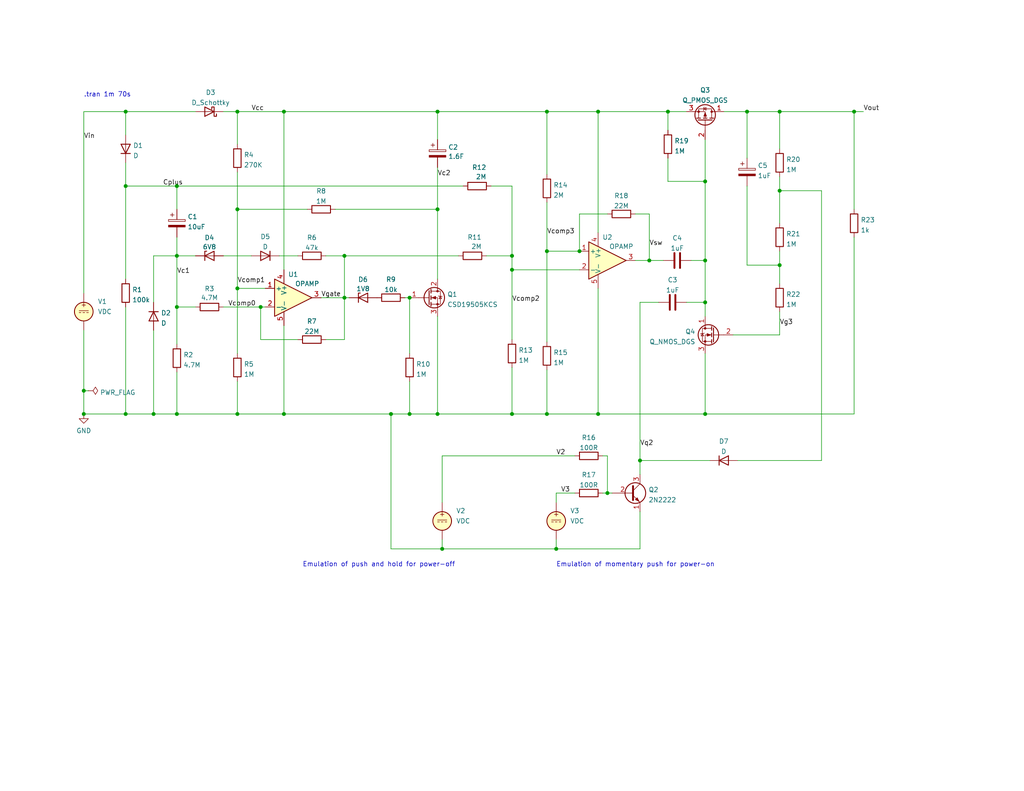
<source format=kicad_sch>
(kicad_sch (version 20211123) (generator eeschema)
  (paper "USLetter")
  (lib_symbols
    (symbol "Device:C" (pin_numbers hide) (pin_names (offset 0.254))
      (property "Reference" "C" (at 0.635 2.54 0))
      (property "Value" "C" (at 0.635 -2.54 0))
      (symbol "C_0_1"
        (polyline (pts (xy -2.032 -0.762) (xy 2.032 -0.762)) (stroke (width 0.508)))
        (polyline (pts (xy -2.032 0.762) (xy 2.032 0.762)) (stroke (width 0.508)))
      )
      (symbol "C_1_1"
        (pin passive line (at 0 3.81 270) (length 2.794) (name "~") (number "1"))
        (pin passive line (at 0 -3.81 90) (length 2.794) (name "~") (number "2"))
      )
    )
    (symbol "Device:C_Polarized" (pin_numbers hide) (pin_names (offset 0.254))
      (property "Reference" "C" (at 0.635 2.54 0))
      (property "Value" "C_Polarized" (at 0.635 -2.54 0))
      (symbol "C_Polarized_0_1"
        (rectangle (start -2.286 0.508) (end 2.286 1.016))
        (polyline (pts (xy -1.778 2.286) (xy -0.762 2.286)))
        (polyline (pts (xy -1.27 2.794) (xy -1.27 1.778)))
        (rectangle (start 2.286 -0.508) (end -2.286 -1.016) (fill (type outline)))
      )
      (symbol "C_Polarized_1_1"
        (pin passive line (at 0 3.81 270) (length 2.794) (name "~") (number "1"))
        (pin passive line (at 0 -3.81 90) (length 2.794) (name "~") (number "2"))
      )
    )
    (symbol "Device:D" (pin_numbers hide) (pin_names (offset 1.016) hide)
      (property "Reference" "D" (at 0 2.54 0))
      (property "Value" "D" (at 0 -2.54 0))
      (symbol "D_0_1"
        (polyline (pts (xy -1.27 1.27) (xy -1.27 -1.27)) (stroke (width 0.254)))
        (polyline (pts (xy 1.27 0) (xy -1.27 0)))
        (polyline (pts (xy 1.27 1.27) (xy 1.27 -1.27) (xy -1.27 0) (xy 1.27 1.27)) (stroke (width 0.254)))
      )
      (symbol "D_1_1"
        (pin passive line (at -3.81 0 0) (length 2.54) (name "K") (number "1"))
        (pin passive line (at 3.81 0 180) (length 2.54) (name "A") (number "2"))
      )
    )
    (symbol "Device:D_Schottky" (pin_numbers hide) (pin_names (offset 1.016) hide)
      (property "Reference" "D" (at 0 2.54 0))
      (property "Value" "D_Schottky" (at 0 -2.54 0))
      (symbol "D_Schottky_0_1"
        (polyline (pts (xy 1.27 0) (xy -1.27 0)))
        (polyline (pts (xy 1.27 1.27) (xy 1.27 -1.27) (xy -1.27 0) (xy 1.27 1.27)) (stroke (width 0.254)))
        (polyline (pts (xy -1.905 0.635) (xy -1.905 1.27) (xy -1.27 1.27) (xy -1.27 -1.27) (xy -0.635 -1.27) (xy -0.635 -0.635)) (stroke (width 0.254)))
      )
      (symbol "D_Schottky_1_1"
        (pin passive line (at -3.81 0 0) (length 2.54) (name "K") (number "1"))
        (pin passive line (at 3.81 0 180) (length 2.54) (name "A") (number "2"))
      )
    )
    (symbol "Device:D_Zener" (pin_numbers hide) (pin_names (offset 1.016) hide)
      (property "Reference" "D" (at 0 2.54 0))
      (property "Value" "D_Zener" (at 0 -2.54 0))
      (symbol "D_Zener_0_1"
        (polyline (pts (xy 1.27 0) (xy -1.27 0)))
        (polyline (pts (xy -1.27 -1.27) (xy -1.27 1.27) (xy -0.762 1.27)) (stroke (width 0.254)))
        (polyline (pts (xy 1.27 -1.27) (xy 1.27 1.27) (xy -1.27 0) (xy 1.27 -1.27)) (stroke (width 0.254)))
      )
      (symbol "D_Zener_1_1"
        (pin passive line (at -3.81 0 0) (length 2.54) (name "K") (number "1"))
        (pin passive line (at 3.81 0 180) (length 2.54) (name "A") (number "2"))
      )
    )
    (symbol "Device:Q_NMOS_DGS" (pin_names (offset 0) hide)
      (property "Reference" "Q" (at 5.08 1.27 0))
      (property "Value" "Q_NMOS_DGS" (at 5.08 -1.27 0))
      (symbol "Q_NMOS_DGS_0_1"
        (polyline (pts (xy 0.254 0) (xy -2.54 0)))
        (polyline (pts (xy 0.254 1.905) (xy 0.254 -1.905)) (stroke (width 0.254)))
        (polyline (pts (xy 0.762 -1.27) (xy 0.762 -2.286)) (stroke (width 0.254)))
        (polyline (pts (xy 0.762 0.508) (xy 0.762 -0.508)) (stroke (width 0.254)))
        (polyline (pts (xy 0.762 2.286) (xy 0.762 1.27)) (stroke (width 0.254)))
        (polyline (pts (xy 2.54 2.54) (xy 2.54 1.778)))
        (polyline (pts (xy 2.54 -2.54) (xy 2.54 0) (xy 0.762 0)))
        (polyline (pts (xy 0.762 -1.778) (xy 3.302 -1.778) (xy 3.302 1.778) (xy 0.762 1.778)))
        (polyline (pts (xy 1.016 0) (xy 2.032 0.381) (xy 2.032 -0.381) (xy 1.016 0)) (fill (type outline)))
        (polyline (pts (xy 2.794 0.508) (xy 2.921 0.381) (xy 3.683 0.381) (xy 3.81 0.254)))
        (polyline (pts (xy 3.302 0.381) (xy 2.921 -0.254) (xy 3.683 -0.254) (xy 3.302 0.381)))
        (circle (center 1.651 0) (radius 2.794) (stroke (width 0.254)))
        (circle (center 2.54 -1.778) (radius 0.254) (fill (type outline)))
        (circle (center 2.54 1.778) (radius 0.254) (fill (type outline)))
      )
      (symbol "Q_NMOS_DGS_1_1"
        (pin passive line (at 2.54 5.08 270) (length 2.54) (name "D") (number "1"))
        (pin input line (at -5.08 0 0) (length 2.54) (name "G") (number "2"))
        (pin passive line (at 2.54 -5.08 90) (length 2.54) (name "S") (number "3"))
      )
    )
    (symbol "Device:Q_PMOS_DGS" (pin_names (offset 0) hide)
      (property "Reference" "Q" (at 5.08 1.27 0))
      (property "Value" "Q_PMOS_DGS" (at 5.08 -1.27 0))
      (symbol "Q_PMOS_DGS_0_1"
        (polyline (pts (xy 0.254 0) (xy -2.54 0)))
        (polyline (pts (xy 0.254 1.905) (xy 0.254 -1.905)) (stroke (width 0.254)))
        (polyline (pts (xy 0.762 -1.27) (xy 0.762 -2.286)) (stroke (width 0.254)))
        (polyline (pts (xy 0.762 0.508) (xy 0.762 -0.508)) (stroke (width 0.254)))
        (polyline (pts (xy 0.762 2.286) (xy 0.762 1.27)) (stroke (width 0.254)))
        (polyline (pts (xy 2.54 2.54) (xy 2.54 1.778)))
        (polyline (pts (xy 2.54 -2.54) (xy 2.54 0) (xy 0.762 0)))
        (polyline (pts (xy 0.762 1.778) (xy 3.302 1.778) (xy 3.302 -1.778) (xy 0.762 -1.778)))
        (polyline (pts (xy 2.286 0) (xy 1.27 0.381) (xy 1.27 -0.381) (xy 2.286 0)) (fill (type outline)))
        (polyline (pts (xy 2.794 -0.508) (xy 2.921 -0.381) (xy 3.683 -0.381) (xy 3.81 -0.254)))
        (polyline (pts (xy 3.302 -0.381) (xy 2.921 0.254) (xy 3.683 0.254) (xy 3.302 -0.381)))
        (circle (center 1.651 0) (radius 2.794) (stroke (width 0.254)))
        (circle (center 2.54 -1.778) (radius 0.254) (fill (type outline)))
        (circle (center 2.54 1.778) (radius 0.254) (fill (type outline)))
      )
      (symbol "Q_PMOS_DGS_1_1"
        (pin passive line (at 2.54 5.08 270) (length 2.54) (name "D") (number "1"))
        (pin input line (at -5.08 0 0) (length 2.54) (name "G") (number "2"))
        (pin passive line (at 2.54 -5.08 90) (length 2.54) (name "S") (number "3"))
      )
    )
    (symbol "Device:R" (pin_numbers hide) (pin_names (offset 0))
      (property "Reference" "R" (at 2.032 0 90))
      (property "Value" "R" (at 0 0 90))
      (symbol "R_0_1"
        (rectangle (start -1.016 -2.54) (end 1.016 2.54) (stroke (width 0.254)))
      )
      (symbol "R_1_1"
        (pin passive line (at 0 3.81 270) (length 1.27) (name "~") (number "1"))
        (pin passive line (at 0 -3.81 90) (length 1.27) (name "~") (number "2"))
      )
    )
    (symbol "Simulation_SPICE:VDC" (pin_numbers hide) (pin_names (offset 0.0254))
      (property "Reference" "V" (at 2.54 2.54 0))
      (property "Value" "VDC" (at 2.54 0 0))
      (property "Spice_Model" "dc(1)" (at 2.54 -2.54 0))
      (symbol "VDC_0_0"
        (polyline (pts (xy -1.27 0.254) (xy 1.27 0.254)))
        (polyline (pts (xy -0.762 -0.254) (xy -1.27 -0.254)))
        (polyline (pts (xy 0.254 -0.254) (xy -0.254 -0.254)))
        (polyline (pts (xy 1.27 -0.254) (xy 0.762 -0.254)))
        (text "+" (at 0 1.905 0) (effects (font (size 1.27 1.27))))
      )
      (symbol "VDC_0_1"
        (circle (center 0 0) (radius 2.54) (stroke (width 0.254)) (fill (type background)))
      )
      (symbol "VDC_1_1"
        (pin passive line (at 0 5.08 270) (length 2.54) (name "~") (number "1"))
        (pin passive line (at 0 -5.08 90) (length 2.54) (name "~") (number "2"))
      )
    )
    (symbol "Transistor_BJT:BC108" (pin_names (offset 0) hide)
      (property "Reference" "Q" (at 5.08 1.905 0))
      (property "Value" "BC108" (at 5.08 0 0))
      (symbol "BC108_0_1"
        (polyline (pts (xy 0.635 0.635) (xy 2.54 2.54)))
        (polyline (pts (xy 0.635 -0.635) (xy 2.54 -2.54) (xy 2.54 -2.54)))
        (polyline (pts (xy 0.635 1.905) (xy 0.635 -1.905) (xy 0.635 -1.905)) (stroke (width 0.508)))
        (polyline (pts (xy 1.27 -1.778) (xy 1.778 -1.27) (xy 2.286 -2.286) (xy 1.27 -1.778) (xy 1.27 -1.778)) (fill (type outline)))
        (circle (center 1.27 0) (radius 2.8194) (stroke (width 0.254)))
      )
      (symbol "BC108_1_1"
        (pin passive line (at 2.54 -5.08 90) (length 2.54) (name "E") (number "1"))
        (pin input line (at -5.08 0 0) (length 5.715) (name "B") (number "2"))
        (pin passive line (at 2.54 5.08 270) (length 2.54) (name "C") (number "3"))
      )
    )
    (symbol "csd19502q5b:CSD19505KCS" (pin_names hide)
      (property "Reference" "Q" (at 5.08 1.905 0))
      (property "Value" "CSD19505KCS" (at 5.08 0 0))
      (symbol "CSD19505KCS_0_1"
        (polyline (pts (xy 0.254 0) (xy -2.54 0)))
        (polyline (pts (xy 0.254 1.905) (xy 0.254 -1.905)) (stroke (width 0.254)))
        (polyline (pts (xy 0.762 -1.27) (xy 0.762 -2.286)) (stroke (width 0.254)))
        (polyline (pts (xy 0.762 0.508) (xy 0.762 -0.508)) (stroke (width 0.254)))
        (polyline (pts (xy 0.762 2.286) (xy 0.762 1.27)) (stroke (width 0.254)))
        (polyline (pts (xy 2.54 2.54) (xy 2.54 1.778)))
        (polyline (pts (xy 2.54 -2.54) (xy 2.54 0) (xy 0.762 0)))
        (polyline (pts (xy 0.762 -1.778) (xy 3.302 -1.778) (xy 3.302 1.778) (xy 0.762 1.778)))
        (polyline (pts (xy 1.016 0) (xy 2.032 0.381) (xy 2.032 -0.381) (xy 1.016 0)) (fill (type outline)))
        (polyline (pts (xy 2.794 0.508) (xy 2.921 0.381) (xy 3.683 0.381) (xy 3.81 0.254)))
        (polyline (pts (xy 3.302 0.381) (xy 2.921 -0.254) (xy 3.683 -0.254) (xy 3.302 0.381)))
        (circle (center 1.651 0) (radius 2.794) (stroke (width 0.254)))
        (circle (center 2.54 -1.778) (radius 0.254) (fill (type outline)))
        (circle (center 2.54 1.778) (radius 0.254) (fill (type outline)))
      )
      (symbol "CSD19505KCS_1_1"
        (pin passive line (at -5.08 0 0) (length 2.54) (name "G") (number "1"))
        (pin passive line (at 2.54 5.08 270) (length 2.54) (name "D") (number "2"))
        (pin passive line (at 2.54 -5.08 90) (length 2.54) (name "S") (number "3"))
      )
    )
    (symbol "power:GND" (power) (pin_names (offset 0))
      (property "Value" "GND" (at 0 -3.81 0))
      (symbol "GND_0_1"
        (polyline (pts (xy 0 0) (xy 0 -1.27) (xy 1.27 -1.27) (xy 0 -2.54) (xy -1.27 -1.27) (xy 0 -1.27)))
      )
      (symbol "GND_1_1"
        (pin power_in line (at 0 0 270) (length 0) hide (name "GND") (number "1"))
      )
    )
    (symbol "power:PWR_FLAG" (power) (pin_numbers hide) (pin_names (offset 0) hide)
      (property "Value" "PWR_FLAG" (at 0 3.81 0))
      (symbol "PWR_FLAG_0_0"
        (pin power_out line (at 0 0 90) (length 0) (name "pwr") (number "1"))
      )
      (symbol "PWR_FLAG_0_1"
        (polyline (pts (xy 0 0) (xy 0 1.27) (xy -1.016 1.905) (xy 0 2.54) (xy 1.016 1.905) (xy 0 1.27)))
      )
    )
    (symbol "pspice:OPAMP" (pin_names (offset 0.254))
      (property "Reference" "U" (at 3.81 3.175 0))
      (property "Value" "OPAMP" (at 3.81 -3.175 0))
      (symbol "OPAMP_0_1"
        (polyline (pts (xy 5.08 0) (xy -5.08 5.08) (xy -5.08 -5.08) (xy 5.08 0)) (stroke (width 0.254)) (fill (type background)))
      )
      (symbol "OPAMP_1_1"
        (pin input line (at -7.62 2.54 0) (length 2.54) (name "+") (number "1"))
        (pin input line (at -7.62 -2.54 0) (length 2.54) (name "-") (number "2"))
        (pin output line (at 7.62 0 180) (length 2.54) (name "~") (number "3"))
        (pin power_in line (at -2.54 7.62 270) (length 3.81) (name "V+") (number "4"))
        (pin power_in line (at -2.54 -7.62 90) (length 3.81) (name "V-") (number "5"))
      )
    )
  )
  (junction (at 111.76 113.03))
  (junction (at 192.405 49.53))
  (junction (at 192.405 82.55))
  (junction (at 151.765 149.86))
  (junction (at 64.77 57.15))
  (junction (at 177.165 71.12))
  (junction (at 139.7 113.03))
  (junction (at 158.115 68.58))
  (junction (at 77.47 30.48))
  (junction (at 77.47 113.03))
  (junction (at 93.98 69.85))
  (junction (at 233.045 30.48))
  (junction (at 64.77 30.48))
  (junction (at 203.835 30.48))
  (junction (at 106.68 113.03))
  (junction (at 163.195 113.03))
  (junction (at 64.77 78.74))
  (junction (at 149.225 113.03))
  (junction (at 41.91 113.03))
  (junction (at 149.225 68.58))
  (junction (at 71.12 83.82))
  (junction (at 163.195 30.48))
  (junction (at 111.76 81.28))
  (junction (at 212.725 52.07))
  (junction (at 22.86 113.03))
  (junction (at 48.26 69.85))
  (junction (at 48.26 113.03))
  (junction (at 64.77 113.03))
  (junction (at 212.725 30.48))
  (junction (at 48.26 83.82))
  (junction (at 48.26 50.8))
  (junction (at 93.98 81.28))
  (junction (at 174.625 125.73))
  (junction (at 34.29 50.8))
  (junction (at 119.38 113.03))
  (junction (at 34.29 113.03))
  (junction (at 149.225 30.48))
  (junction (at 139.7 69.85))
  (junction (at 192.405 113.03))
  (junction (at 22.86 106.68))
  (junction (at 120.65 149.86))
  (junction (at 165.735 134.62))
  (junction (at 192.405 71.12))
  (junction (at 139.7 73.66))
  (junction (at 212.725 72.39))
  (junction (at 182.245 30.48))
  (junction (at 119.38 57.15))
  (junction (at 34.29 30.48))
  (junction (at 119.38 30.48))
  (wire (pts (xy 174.625 82.55) (xy 179.705 82.55)))
  (wire (pts (xy 111.76 104.14) (xy 111.76 113.03)))
  (wire (pts (xy 158.115 68.58) (xy 149.225 68.58)))
  (wire (pts (xy 60.96 83.82) (xy 71.12 83.82)))
  (wire (pts (xy 163.195 78.74) (xy 163.195 113.03)))
  (wire (pts (xy 167.005 134.62) (xy 165.735 134.62)))
  (wire (pts (xy 192.405 71.12) (xy 192.405 49.53)))
  (wire (pts (xy 163.195 30.48) (xy 182.245 30.48)))
  (wire (pts (xy 120.65 147.32) (xy 120.65 149.86)))
  (wire (pts (xy 212.725 52.07) (xy 224.155 52.07)))
  (wire (pts (xy 22.86 90.17) (xy 22.86 106.68)))
  (wire (pts (xy 149.225 30.48) (xy 163.195 30.48)))
  (wire (pts (xy 192.405 82.55) (xy 192.405 86.36)))
  (wire (pts (xy 87.63 81.28) (xy 93.98 81.28)))
  (wire (pts (xy 188.595 71.12) (xy 192.405 71.12)))
  (wire (pts (xy 48.26 113.03) (xy 64.77 113.03)))
  (wire (pts (xy 212.725 52.07) (xy 212.725 60.96)))
  (wire (pts (xy 212.725 40.64) (xy 212.725 30.48)))
  (wire (pts (xy 149.225 68.58) (xy 149.225 93.345)))
  (wire (pts (xy 177.165 71.12) (xy 173.355 71.12)))
  (wire (pts (xy 174.625 139.7) (xy 174.625 149.86)))
  (wire (pts (xy 53.34 69.85) (xy 48.26 69.85)))
  (wire (pts (xy 93.98 69.85) (xy 125.095 69.85)))
  (wire (pts (xy 48.26 101.6) (xy 48.26 113.03)))
  (wire (pts (xy 81.28 92.71) (xy 71.12 92.71)))
  (wire (pts (xy 77.47 73.66) (xy 77.47 30.48)))
  (wire (pts (xy 139.7 50.8) (xy 139.7 69.85)))
  (wire (pts (xy 139.7 69.85) (xy 139.7 73.66)))
  (wire (pts (xy 224.155 125.73) (xy 201.295 125.73)))
  (wire (pts (xy 182.245 35.56) (xy 182.245 30.48)))
  (wire (pts (xy 119.38 45.72) (xy 119.38 57.15)))
  (wire (pts (xy 34.29 50.8) (xy 48.26 50.8)))
  (wire (pts (xy 106.68 113.03) (xy 106.68 149.86)))
  (wire (pts (xy 212.725 72.39) (xy 212.725 77.47)))
  (wire (pts (xy 149.225 113.03) (xy 163.195 113.03)))
  (wire (pts (xy 34.29 44.45) (xy 34.29 50.8)))
  (wire (pts (xy 149.225 55.245) (xy 149.225 68.58)))
  (wire (pts (xy 88.9 92.71) (xy 93.98 92.71)))
  (wire (pts (xy 182.245 49.53) (xy 192.405 49.53)))
  (wire (pts (xy 174.625 82.55) (xy 174.625 125.73)))
  (wire (pts (xy 120.65 137.16) (xy 120.65 124.46)))
  (wire (pts (xy 41.91 69.85) (xy 41.91 82.55)))
  (wire (pts (xy 22.86 30.48) (xy 22.86 80.01)))
  (wire (pts (xy 71.12 83.82) (xy 72.39 83.82)))
  (wire (pts (xy 212.725 68.58) (xy 212.725 72.39)))
  (wire (pts (xy 64.77 39.37) (xy 64.77 30.48)))
  (wire (pts (xy 187.325 82.55) (xy 192.405 82.55)))
  (wire (pts (xy 149.225 47.625) (xy 149.225 30.48)))
  (wire (pts (xy 182.245 30.48) (xy 187.325 30.48)))
  (wire (pts (xy 77.47 113.03) (xy 106.68 113.03)))
  (wire (pts (xy 224.155 52.07) (xy 224.155 125.73)))
  (wire (pts (xy 174.625 149.86) (xy 151.765 149.86)))
  (wire (pts (xy 110.49 81.28) (xy 111.76 81.28)))
  (wire (pts (xy 163.195 30.48) (xy 163.195 63.5)))
  (wire (pts (xy 93.98 81.28) (xy 95.25 81.28)))
  (wire (pts (xy 192.405 113.03) (xy 233.045 113.03)))
  (wire (pts (xy 139.7 100.33) (xy 139.7 113.03)))
  (wire (pts (xy 203.835 72.39) (xy 212.725 72.39)))
  (wire (pts (xy 34.29 30.48) (xy 34.29 36.83)))
  (wire (pts (xy 203.835 43.18) (xy 203.835 30.48)))
  (wire (pts (xy 76.2 69.85) (xy 81.28 69.85)))
  (wire (pts (xy 139.7 73.66) (xy 139.7 92.71)))
  (wire (pts (xy 139.7 113.03) (xy 149.225 113.03)))
  (wire (pts (xy 64.77 113.03) (xy 77.47 113.03)))
  (wire (pts (xy 192.405 96.52) (xy 192.405 113.03)))
  (wire (pts (xy 22.86 106.68) (xy 22.86 113.03)))
  (wire (pts (xy 119.38 30.48) (xy 149.225 30.48)))
  (wire (pts (xy 165.735 58.42) (xy 158.115 58.42)))
  (wire (pts (xy 158.115 73.66) (xy 139.7 73.66)))
  (wire (pts (xy 48.26 83.82) (xy 53.34 83.82)))
  (wire (pts (xy 34.29 30.48) (xy 22.86 30.48)))
  (wire (pts (xy 192.405 49.53) (xy 192.405 38.1)))
  (wire (pts (xy 193.675 125.73) (xy 174.625 125.73)))
  (wire (pts (xy 158.115 58.42) (xy 158.115 68.58)))
  (wire (pts (xy 41.91 69.85) (xy 48.26 69.85)))
  (wire (pts (xy 120.65 124.46) (xy 156.845 124.46)))
  (wire (pts (xy 233.045 30.48) (xy 235.585 30.48)))
  (wire (pts (xy 48.26 50.8) (xy 126.365 50.8)))
  (wire (pts (xy 41.91 90.17) (xy 41.91 113.03)))
  (wire (pts (xy 34.29 113.03) (xy 41.91 113.03)))
  (wire (pts (xy 233.045 64.77) (xy 233.045 113.03)))
  (wire (pts (xy 182.245 49.53) (xy 182.245 43.18)))
  (wire (pts (xy 180.975 71.12) (xy 177.165 71.12)))
  (wire (pts (xy 111.76 81.28) (xy 111.76 96.52)))
  (wire (pts (xy 48.26 64.77) (xy 48.26 69.85)))
  (wire (pts (xy 151.765 147.32) (xy 151.765 149.86)))
  (wire (pts (xy 156.845 134.62) (xy 151.765 134.62)))
  (wire (pts (xy 106.68 113.03) (xy 111.76 113.03)))
  (wire (pts (xy 233.045 57.15) (xy 233.045 30.48)))
  (wire (pts (xy 119.38 57.15) (xy 119.38 76.2)))
  (wire (pts (xy 53.34 30.48) (xy 34.29 30.48)))
  (wire (pts (xy 119.38 86.36) (xy 119.38 113.03)))
  (wire (pts (xy 22.86 113.03) (xy 34.29 113.03)))
  (wire (pts (xy 64.77 30.48) (xy 77.47 30.48)))
  (wire (pts (xy 91.44 57.15) (xy 119.38 57.15)))
  (wire (pts (xy 149.225 100.965) (xy 149.225 113.03)))
  (wire (pts (xy 133.985 50.8) (xy 139.7 50.8)))
  (wire (pts (xy 72.39 78.74) (xy 64.77 78.74)))
  (wire (pts (xy 163.195 113.03) (xy 192.405 113.03)))
  (wire (pts (xy 64.77 30.48) (xy 60.96 30.48)))
  (wire (pts (xy 48.26 83.82) (xy 48.26 93.98)))
  (wire (pts (xy 88.9 69.85) (xy 93.98 69.85)))
  (wire (pts (xy 77.47 88.9) (xy 77.47 113.03)))
  (wire (pts (xy 119.38 113.03) (xy 139.7 113.03)))
  (wire (pts (xy 64.77 57.15) (xy 64.77 78.74)))
  (wire (pts (xy 24.13 106.68) (xy 22.86 106.68)))
  (wire (pts (xy 93.98 81.28) (xy 93.98 92.71)))
  (wire (pts (xy 48.26 50.8) (xy 48.26 57.15)))
  (wire (pts (xy 212.725 30.48) (xy 233.045 30.48)))
  (wire (pts (xy 64.77 46.99) (xy 64.77 57.15)))
  (wire (pts (xy 212.725 52.07) (xy 212.725 48.26)))
  (wire (pts (xy 77.47 30.48) (xy 119.38 30.48)))
  (wire (pts (xy 165.735 124.46) (xy 165.735 134.62)))
  (wire (pts (xy 41.91 113.03) (xy 48.26 113.03)))
  (wire (pts (xy 197.485 30.48) (xy 203.835 30.48)))
  (wire (pts (xy 132.715 69.85) (xy 139.7 69.85)))
  (wire (pts (xy 177.165 58.42) (xy 177.165 71.12)))
  (wire (pts (xy 34.29 83.82) (xy 34.29 113.03)))
  (wire (pts (xy 165.735 134.62) (xy 164.465 134.62)))
  (wire (pts (xy 71.12 83.82) (xy 71.12 92.71)))
  (wire (pts (xy 164.465 124.46) (xy 165.735 124.46)))
  (wire (pts (xy 34.29 76.2) (xy 34.29 50.8)))
  (wire (pts (xy 203.835 30.48) (xy 212.725 30.48)))
  (wire (pts (xy 174.625 125.73) (xy 174.625 129.54)))
  (wire (pts (xy 200.025 91.44) (xy 212.725 91.44)))
  (wire (pts (xy 64.77 57.15) (xy 83.82 57.15)))
  (wire (pts (xy 64.77 104.14) (xy 64.77 113.03)))
  (wire (pts (xy 64.77 96.52) (xy 64.77 78.74)))
  (wire (pts (xy 203.835 50.8) (xy 203.835 72.39)))
  (wire (pts (xy 120.65 149.86) (xy 106.68 149.86)))
  (wire (pts (xy 111.76 113.03) (xy 119.38 113.03)))
  (wire (pts (xy 151.765 134.62) (xy 151.765 137.16)))
  (wire (pts (xy 119.38 38.1) (xy 119.38 30.48)))
  (wire (pts (xy 192.405 71.12) (xy 192.405 82.55)))
  (wire (pts (xy 212.725 85.09) (xy 212.725 91.44)))
  (wire (pts (xy 173.355 58.42) (xy 177.165 58.42)))
  (wire (pts (xy 48.26 69.85) (xy 48.26 83.82)))
  (wire (pts (xy 93.98 69.85) (xy 93.98 81.28)))
  (wire (pts (xy 68.58 69.85) (xy 60.96 69.85)))
  (wire (pts (xy 151.765 149.86) (xy 120.65 149.86)))
  (text "Emulation of push and hold for power-off\n" (at 82.55 154.94 0) (effects (font (size 1.27 1.27)) (justify left bottom)))
  (text "Emulation of momentary push for power-on\n" (at 151.765 154.94 0) (effects (font (size 1.27 1.27)) (justify left bottom)))
  (text ".tran 1m 70s" (at 22.86 26.67 0) (effects (font (size 1.27 1.27)) (justify left bottom)))
  (label "Vcc" (at 68.58 30.48 0))
  (label "Vq2" (at 174.625 121.92 0))
  (label "Vc2" (at 119.38 48.26 0))
  (label "Vcomp2" (at 139.7 82.55 0))
  (label "V2" (at 151.765 124.46 0))
  (label "Vcomp3" (at 149.225 64.135 0))
  (label "Vc1" (at 48.26 74.93 0))
  (label "Vsw" (at 177.165 67.31 0))
  (label "Vin" (at 22.86 38.1 0))
  (label "Vcomp0" (at 62.23 83.82 0))
  (label "Vgate" (at 87.63 81.28 0))
  (label "Vcomp1" (at 64.77 77.47 0))
  (label "Cplus" (at 44.45 50.8 0))
  (label "V3" (at 153.035 134.62 0))
  (label "Vg3" (at 212.725 88.9 0))
  (label "Vout" (at 235.585 30.48 0))
  (symbol (lib_id "Device:R") (at 85.09 92.71 90) (unit 1)
    (property "Reference" "R7" (at 85.09 87.7275 90))
    (property "Value" "22M" (at 85.09 90.5026 90))
    (property "Spice_Primitive" "R" (effects hide))
    (property "Spice_Model" "22Meg" (effects hide))
    (property "Spice_Netlist_Enabled" "Y" (effects hide))
  )
  (symbol (lib_id "Device:R") (at 160.655 134.62 90) (unit 1)
    (property "Reference" "R17" (at 160.655 129.6375 90))
    (property "Value" "100R" (at 160.655 132.4126 90))
    (property "Spice_Primitive" "R" (effects hide))
    (property "Spice_Model" "100" (effects hide))
    (property "Spice_Netlist_Enabled" "Y" (effects hide))
  )
  (symbol (lib_id "Device:D_Schottky") (at 57.15 30.48 180) (unit 1)
    (property "Reference" "D3" (at 57.4675 25.2435 0))
    (property "Value" "D_Schottky" (at 57.4675 28.0186 0))
    (property "Spice_Primitive" "D" (effects hide))
    (property "Spice_Model" "Schottky" (effects hide))
    (property "Spice_Netlist_Enabled" "Y" (effects hide))
    (property "Spice_Lib_File" "spice/my_spice.lib" (effects hide))
    (property "Spice_Node_Sequence" "2 1" (effects hide))
  )
  (symbol (lib_id "Simulation_SPICE:VDC") (at 151.765 142.24 0) (unit 1)
    (property "Reference" "V3" (at 155.575 139.4649 0) (effects (justify left)))
    (property "Value" "VDC" (at 155.575 142.24 0) (effects (justify left)))
    (property "Spice_Netlist_Enabled" "Y" (effects hide))
    (property "Spice_Primitive" "V" (effects hide))
    (property "Spice_Model" "dc 12 pulse(0 4 42 1m 1m 500m 90)" (at 147.955 160.02 90) (effects (justify left)))
  )
  (symbol (lib_id "csd19502q5b:CSD19505KCS") (at 116.84 81.28 0) (unit 1)
    (property "Reference" "Q1" (at 122.047 80.3715 0) (effects (justify left)))
    (property "Value" "CSD19505KCS" (at 122.047 83.1466 0) (effects (justify left)))
    (property "Footprint" "Package_TO_SOT_THT:TO-220-3_Vertical" (effects hide))
    (property "Datasheet" "https://www.ti.com/lit/gpn/csd19505kcs" (effects hide))
    (property "Spice_Primitive" "X" (effects hide))
    (property "Spice_Model" "GP_MOSFETN" (effects hide))
    (property "Spice_Netlist_Enabled" "Y" (effects hide))
    (property "Spice_Node_Sequence" "2 1 3" (effects hide))
    (property "Spice_Lib_File" "spice/mosfet.lib" (effects hide))
  )
  (symbol (lib_id "Device:R") (at 87.63 57.15 90) (unit 1)
    (property "Reference" "R8" (at 87.63 52.1675 90))
    (property "Value" "1M" (at 87.63 54.9426 90))
    (property "Spice_Primitive" "R" (effects hide))
    (property "Spice_Model" "1Meg" (effects hide))
    (property "Spice_Netlist_Enabled" "Y" (effects hide))
  )
  (symbol (lib_id "Device:R") (at 212.725 81.28 0) (unit 1)
    (property "Reference" "R22" (at 214.503 80.3715 0) (effects (justify left)))
    (property "Value" "1M" (at 214.503 83.1466 0) (effects (justify left)))
    (property "Spice_Primitive" "R" (effects hide))
    (property "Spice_Model" "1Meg" (effects hide))
    (property "Spice_Netlist_Enabled" "Y" (effects hide))
  )
  (symbol (lib_id "Device:R") (at 139.7 96.52 0) (unit 1)
    (property "Reference" "R13" (at 141.478 95.6115 0) (effects (justify left)))
    (property "Value" "1M" (at 141.478 98.3866 0) (effects (justify left)))
    (property "Spice_Primitive" "R" (effects hide))
    (property "Spice_Model" "1Meg" (effects hide))
    (property "Spice_Netlist_Enabled" "Y" (effects hide))
  )
  (symbol (lib_id "Device:R") (at 64.77 43.18 0) (unit 1)
    (property "Reference" "R4" (at 66.548 42.2715 0) (effects (justify left)))
    (property "Value" "270K" (at 66.548 45.0466 0) (effects (justify left)))
    (property "Spice_Primitive" "R" (effects hide))
    (property "Spice_Model" "270k" (effects hide))
    (property "Spice_Netlist_Enabled" "Y" (effects hide))
  )
  (symbol (lib_id "Device:R") (at 128.905 69.85 90) (unit 1)
    (property "Reference" "R11" (at 131.445 64.77 90) (effects (justify left)))
    (property "Value" "2M" (at 131.445 67.31 90) (effects (justify left)))
    (property "Spice_Primitive" "R" (effects hide))
    (property "Spice_Model" "2meg" (effects hide))
    (property "Spice_Netlist_Enabled" "Y" (effects hide))
  )
  (symbol (lib_id "Device:R") (at 160.655 124.46 90) (unit 1)
    (property "Reference" "R16" (at 160.655 119.4775 90))
    (property "Value" "100R" (at 160.655 122.2526 90))
    (property "Spice_Primitive" "R" (effects hide))
    (property "Spice_Model" "100" (effects hide))
    (property "Spice_Netlist_Enabled" "Y" (effects hide))
  )
  (symbol (lib_id "Device:R") (at 111.76 100.33 0) (unit 1)
    (property "Reference" "R10" (at 113.538 99.4215 0) (effects (justify left)))
    (property "Value" "1M" (at 113.538 102.1966 0) (effects (justify left)))
    (property "Spice_Primitive" "R" (effects hide))
    (property "Spice_Model" "1Meg" (effects hide))
    (property "Spice_Netlist_Enabled" "Y" (effects hide))
  )
  (symbol (lib_id "Device:R") (at 182.245 39.37 0) (unit 1)
    (property "Reference" "R19" (at 184.023 38.4615 0) (effects (justify left)))
    (property "Value" "1M" (at 184.023 41.2366 0) (effects (justify left)))
    (property "Spice_Primitive" "R" (effects hide))
    (property "Spice_Model" "1Meg" (effects hide))
    (property "Spice_Netlist_Enabled" "Y" (effects hide))
  )
  (symbol (lib_id "Device:R") (at 130.175 50.8 90) (unit 1)
    (property "Reference" "R12" (at 132.715 45.72 90) (effects (justify left)))
    (property "Value" "2M" (at 132.715 48.26 90) (effects (justify left)))
    (property "Spice_Primitive" "R" (effects hide))
    (property "Spice_Model" "2meg" (effects hide))
    (property "Spice_Netlist_Enabled" "Y" (effects hide))
  )
  (symbol (lib_id "Device:R") (at 34.29 80.01 0) (unit 1)
    (property "Reference" "R1" (at 36.068 79.1015 0) (effects (justify left)))
    (property "Value" "100k" (at 36.068 81.8766 0) (effects (justify left)))
    (property "Spice_Primitive" "R" (effects hide))
    (property "Spice_Model" "100k" (effects hide))
    (property "Spice_Netlist_Enabled" "Y" (effects hide))
  )
  (symbol (lib_id "Device:D") (at 34.29 40.64 90) (unit 1)
    (property "Reference" "D1" (at 36.322 39.7315 90) (effects (justify right)))
    (property "Value" "D" (at 36.322 42.5066 90) (effects (justify right)))
    (property "Spice_Primitive" "D" (effects hide))
    (property "Spice_Model" "D1N4148_1" (effects hide))
    (property "Spice_Netlist_Enabled" "Y" (effects hide))
    (property "Spice_Lib_File" "spice/my_spice.lib" (effects hide))
    (property "Spice_Node_Sequence" "2 1" (effects hide))
  )
  (symbol (lib_id "Device:C_Polarized") (at 119.38 41.91 0) (unit 1)
    (property "Reference" "C2" (at 122.301 40.1863 0) (effects (justify left)))
    (property "Value" "1.6F" (at 122.301 42.7232 0) (effects (justify left)))
    (property "Spice_Primitive" "C" (effects hide))
    (property "Spice_Model" "0.01" (effects hide))
    (property "Spice_Netlist_Enabled" "Y" (effects hide))
  )
  (symbol (lib_id "Device:D") (at 197.485 125.73 0) (unit 1)
    (property "Reference" "D7" (at 197.485 120.4935 0))
    (property "Value" "D" (at 197.485 123.2686 0))
    (property "Spice_Primitive" "D" (effects hide))
    (property "Spice_Model" "D1N4148_1" (effects hide))
    (property "Spice_Netlist_Enabled" "Y" (effects hide))
    (property "Spice_Lib_File" "spice/my_spice.lib" (effects hide))
    (property "Spice_Node_Sequence" "2 1" (effects hide))
  )
  (symbol (lib_id "Device:R") (at 57.15 83.82 90) (unit 1)
    (property "Reference" "R3" (at 57.15 78.8375 90))
    (property "Value" "4.7M" (at 57.15 81.28 90))
    (property "Spice_Primitive" "R" (effects hide))
    (property "Spice_Model" "4.7Meg" (effects hide))
    (property "Spice_Netlist_Enabled" "Y" (effects hide))
  )
  (symbol (lib_id "Device:Q_NMOS_DGS") (at 194.945 91.44 0) (mirror y) (unit 1)
    (property "Reference" "Q4" (at 189.7381 90.5315 0) (effects (justify left)))
    (property "Value" "Q_NMOS_DGS" (at 189.7381 93.3066 0) (effects (justify left)))
    (property "Spice_Primitive" "X" (effects hide))
    (property "Spice_Model" "GP_MOSFETN" (effects hide))
    (property "Spice_Netlist_Enabled" "Y" (effects hide))
    (property "Spice_Lib_File" "spice/mosfet.lib" (effects hide))
  )
  (symbol (lib_id "Device:R") (at 85.09 69.85 90) (unit 1)
    (property "Reference" "R6" (at 85.09 64.8675 90))
    (property "Value" "47k" (at 85.09 67.6426 90))
    (property "Spice_Primitive" "R" (effects hide))
    (property "Spice_Model" "47k" (effects hide))
    (property "Spice_Netlist_Enabled" "Y" (effects hide))
  )
  (symbol (lib_id "pspice:OPAMP") (at 80.01 81.28 0) (unit 1)
    (property "Reference" "U1" (at 80.01 74.93 0))
    (property "Value" "OPAMP" (at 83.82 77.47 0))
    (property "Spice_Primitive" "X" (effects hide))
    (property "Spice_Model" "LM358" (effects hide))
    (property "Spice_Netlist_Enabled" "Y" (effects hide))
    (property "Spice_Lib_File" "spice/lm358.lib" (effects hide))
    (property "Spice_Node_Sequence" "1 2 4 5 3" (effects hide))
  )
  (symbol (lib_id "Device:C_Polarized") (at 203.835 46.99 0) (unit 1)
    (property "Reference" "C5" (at 206.756 45.1925 0) (effects (justify left)))
    (property "Value" "1uF" (at 206.756 47.9676 0) (effects (justify left)))
    (property "Spice_Primitive" "C" (effects hide))
    (property "Spice_Model" "1uF" (effects hide))
    (property "Spice_Netlist_Enabled" "Y" (effects hide))
  )
  (symbol (lib_id "Device:D_Zener") (at 99.06 81.28 0) (unit 1)
    (property "Reference" "D6" (at 99.06 76.3102 0))
    (property "Value" "1V8" (at 99.06 78.8471 0))
    (property "Spice_Primitive" "D" (effects hide))
    (property "Spice_Model" "ZD1V8" (effects hide))
    (property "Spice_Netlist_Enabled" "Y" (effects hide))
    (property "Spice_Lib_File" "spice/my_spice.lib" (effects hide))
    (property "Spice_Node_Sequence" "2 1" (effects hide))
  )
  (symbol (lib_id "Simulation_SPICE:VDC") (at 120.65 142.24 0) (unit 1)
    (property "Reference" "V2" (at 124.46 139.4649 0) (effects (justify left)))
    (property "Value" "VDC" (at 124.46 142.24 0) (effects (justify left)))
    (property "Spice_Netlist_Enabled" "Y" (effects hide))
    (property "Spice_Primitive" "V" (effects hide))
    (property "Spice_Model" "dc 12 pulse(0 4 32 1m 1m 8 90)" (at 116.84 160.02 90) (effects (justify left)))
  )
  (symbol (lib_id "Device:R") (at 64.77 100.33 0) (unit 1)
    (property "Reference" "R5" (at 66.548 99.4215 0) (effects (justify left)))
    (property "Value" "1M" (at 66.548 102.1966 0) (effects (justify left)))
    (property "Spice_Primitive" "R" (effects hide))
    (property "Spice_Model" "1Meg" (effects hide))
    (property "Spice_Netlist_Enabled" "Y" (effects hide))
  )
  (symbol (lib_id "Device:D") (at 41.91 86.36 270) (unit 1)
    (property "Reference" "D2" (at 43.942 85.4515 90) (effects (justify left)))
    (property "Value" "D" (at 43.942 88.2266 90) (effects (justify left)))
    (property "Spice_Primitive" "D" (effects hide))
    (property "Spice_Model" "D1N4148_1" (effects hide))
    (property "Spice_Netlist_Enabled" "Y" (effects hide))
    (property "Spice_Lib_File" "spice/my_spice.lib" (effects hide))
    (property "Spice_Node_Sequence" "2 1" (effects hide))
  )
  (symbol (lib_id "power:GND") (at 22.86 113.03 0) (unit 1)
    (property "Reference" "#PWR01" (effects hide))
    (property "Value" "GND" (at 22.86 117.5925 0))
  )
  (symbol (lib_id "Device:R") (at 48.26 97.79 0) (unit 1)
    (property "Reference" "R2" (at 50.038 96.8815 0) (effects (justify left)))
    (property "Value" "4.7M" (at 50.038 99.6566 0) (effects (justify left)))
    (property "Spice_Primitive" "R" (effects hide))
    (property "Spice_Model" "4.7Meg" (effects hide))
    (property "Spice_Netlist_Enabled" "Y" (effects hide))
  )
  (symbol (lib_id "Device:Q_PMOS_DGS") (at 192.405 33.02 270) (mirror x) (unit 1)
    (property "Reference" "Q3" (at 192.405 24.6085 90))
    (property "Value" "Q_PMOS_DGS" (at 192.405 27.3836 90))
    (property "Spice_Primitive" "X" (effects hide))
    (property "Spice_Model" "GP_MOSFETPa" (effects hide))
    (property "Spice_Netlist_Enabled" "Y" (effects hide))
    (property "Spice_Lib_File" "spice/mosfet.lib" (effects hide))
  )
  (symbol (lib_id "Simulation_SPICE:VDC") (at 22.86 85.09 0) (unit 1)
    (property "Reference" "V1" (at 26.67 82.3149 0) (effects (justify left)))
    (property "Value" "VDC" (at 26.67 85.09 0) (effects (justify left)))
    (property "Spice_Netlist_Enabled" "Y" (effects hide))
    (property "Spice_Primitive" "V" (effects hide))
    (property "Spice_Model" "dc 12 pulse(0 12 5m 1m 1m 20 30)" (at 19.05 102.87 90) (effects (justify left)))
  )
  (symbol (lib_id "Device:R") (at 169.545 58.42 90) (unit 1)
    (property "Reference" "R18" (at 169.545 53.4375 90))
    (property "Value" "22M" (at 169.545 56.2126 90))
    (property "Spice_Primitive" "R" (effects hide))
    (property "Spice_Model" "22Meg" (effects hide))
    (property "Spice_Netlist_Enabled" "Y" (effects hide))
  )
  (symbol (lib_id "power:PWR_FLAG") (at 24.13 106.68 270) (unit 1)
    (property "Reference" "#FLG01" (effects hide))
    (property "Value" "PWR_FLAG" (at 27.305 107.159 90) (effects (justify left)))
  )
  (symbol (lib_id "Device:R") (at 106.68 81.28 90) (unit 1)
    (property "Reference" "R9" (at 106.68 76.2975 90))
    (property "Value" "10k" (at 106.68 79.0726 90))
    (property "Spice_Primitive" "R" (effects hide))
    (property "Spice_Model" "10k" (effects hide))
    (property "Spice_Netlist_Enabled" "Y" (effects hide))
  )
  (symbol (lib_id "pspice:OPAMP") (at 165.735 71.12 0) (unit 1)
    (property "Reference" "U2" (at 165.735 64.77 0))
    (property "Value" "OPAMP" (at 169.545 67.31 0))
    (property "Spice_Primitive" "X" (effects hide))
    (property "Spice_Model" "LM358" (effects hide))
    (property "Spice_Netlist_Enabled" "Y" (effects hide))
    (property "Spice_Lib_File" "spice/lm358.lib" (effects hide))
    (property "Spice_Node_Sequence" "1 2 4 5 3" (effects hide))
  )
  (symbol (lib_id "Transistor_BJT:BC108") (at 172.085 134.62 0) (unit 1)
    (property "Reference" "Q2" (at 176.9364 133.7115 0) (effects (justify left)))
    (property "Value" "2N2222" (at 176.9364 136.4866 0) (effects (justify left)))
    (property "Footprint" "Package_TO_SOT_THT:TO-18-3" (effects hide))
    (property "Datasheet" "http://www.b-kainka.de/Daten/Transistor/BC108.pdf" (effects hide))
    (property "Spice_Primitive" "Q" (effects hide))
    (property "Spice_Model" "2N2222" (effects hide))
    (property "Spice_Netlist_Enabled" "Y" (effects hide))
    (property "Spice_Lib_File" "spice/2N2222.lib" (effects hide))
  )
  (symbol (lib_id "Device:C") (at 184.785 71.12 90) (unit 1)
    (property "Reference" "C4" (at 184.785 64.9945 90))
    (property "Value" "1uF" (at 184.785 67.7696 90))
    (property "Spice_Primitive" "C" (effects hide))
    (property "Spice_Model" "1uF" (effects hide))
    (property "Spice_Netlist_Enabled" "Y" (effects hide))
  )
  (symbol (lib_id "Device:R") (at 212.725 44.45 0) (unit 1)
    (property "Reference" "R20" (at 214.503 43.5415 0) (effects (justify left)))
    (property "Value" "1M" (at 214.503 46.3166 0) (effects (justify left)))
    (property "Spice_Primitive" "R" (effects hide))
    (property "Spice_Model" "1Meg" (effects hide))
    (property "Spice_Netlist_Enabled" "Y" (effects hide))
  )
  (symbol (lib_id "Device:D_Zener") (at 57.15 69.85 0) (unit 1)
    (property "Reference" "D4" (at 57.15 64.8802 0))
    (property "Value" "6V8" (at 57.15 67.4171 0))
    (property "Spice_Primitive" "D" (effects hide))
    (property "Spice_Model" "ZD6V8" (effects hide))
    (property "Spice_Netlist_Enabled" "Y" (effects hide))
    (property "Spice_Lib_File" "spice/my_spice.lib" (effects hide))
    (property "Spice_Node_Sequence" "2 1" (effects hide))
  )
  (symbol (lib_id "Device:R") (at 212.725 64.77 0) (unit 1)
    (property "Reference" "R21" (at 214.503 63.8615 0) (effects (justify left)))
    (property "Value" "1M" (at 214.503 66.6366 0) (effects (justify left)))
    (property "Spice_Primitive" "R" (effects hide))
    (property "Spice_Model" "1Meg" (effects hide))
    (property "Spice_Netlist_Enabled" "Y" (effects hide))
  )
  (symbol (lib_id "Device:C") (at 183.515 82.55 90) (unit 1)
    (property "Reference" "C3" (at 183.515 76.4245 90))
    (property "Value" "1uF" (at 183.515 79.1996 90))
    (property "Spice_Primitive" "C" (effects hide))
    (property "Spice_Model" "1uF" (effects hide))
    (property "Spice_Netlist_Enabled" "Y" (effects hide))
  )
  (symbol (lib_id "Device:R") (at 233.045 60.96 0) (unit 1)
    (property "Reference" "R23" (at 234.823 60.0515 0) (effects (justify left)))
    (property "Value" "1k" (at 234.823 62.8266 0) (effects (justify left)))
    (property "Spice_Primitive" "R" (effects hide))
    (property "Spice_Model" "1k" (effects hide))
    (property "Spice_Netlist_Enabled" "Y" (effects hide))
  )
  (symbol (lib_id "Device:R") (at 149.225 97.155 0) (unit 1)
    (property "Reference" "R15" (at 151.003 96.2465 0) (effects (justify left)))
    (property "Value" "1M" (at 151.003 99.0216 0) (effects (justify left)))
    (property "Spice_Primitive" "R" (effects hide))
    (property "Spice_Model" "1Meg" (effects hide))
    (property "Spice_Netlist_Enabled" "Y" (effects hide))
  )
  (symbol (lib_id "Device:R") (at 149.225 51.435 0) (unit 1)
    (property "Reference" "R14" (at 151.003 50.5265 0) (effects (justify left)))
    (property "Value" "2M" (at 151.003 53.3016 0) (effects (justify left)))
    (property "Spice_Primitive" "R" (effects hide))
    (property "Spice_Model" "2Meg" (effects hide))
    (property "Spice_Netlist_Enabled" "Y" (effects hide))
  )
  (symbol (lib_id "Device:D") (at 72.39 69.85 180) (unit 1)
    (property "Reference" "D5" (at 72.39 64.6135 0))
    (property "Value" "D" (at 72.39 67.3886 0))
    (property "Spice_Primitive" "D" (effects hide))
    (property "Spice_Model" "D1N4148_1" (effects hide))
    (property "Spice_Netlist_Enabled" "Y" (effects hide))
    (property "Spice_Lib_File" "spice/my_spice.lib" (effects hide))
    (property "Spice_Node_Sequence" "2 1" (effects hide))
  )
  (symbol (lib_id "Device:C_Polarized") (at 48.26 60.96 0) (unit 1)
    (property "Reference" "C1" (at 51.181 59.1625 0) (effects (justify left)))
    (property "Value" "10uF" (at 51.181 61.9376 0) (effects (justify left)))
    (property "Spice_Primitive" "C" (effects hide))
    (property "Spice_Model" "10uF" (effects hide))
    (property "Spice_Netlist_Enabled" "Y" (effects hide))
  )
)
</source>
